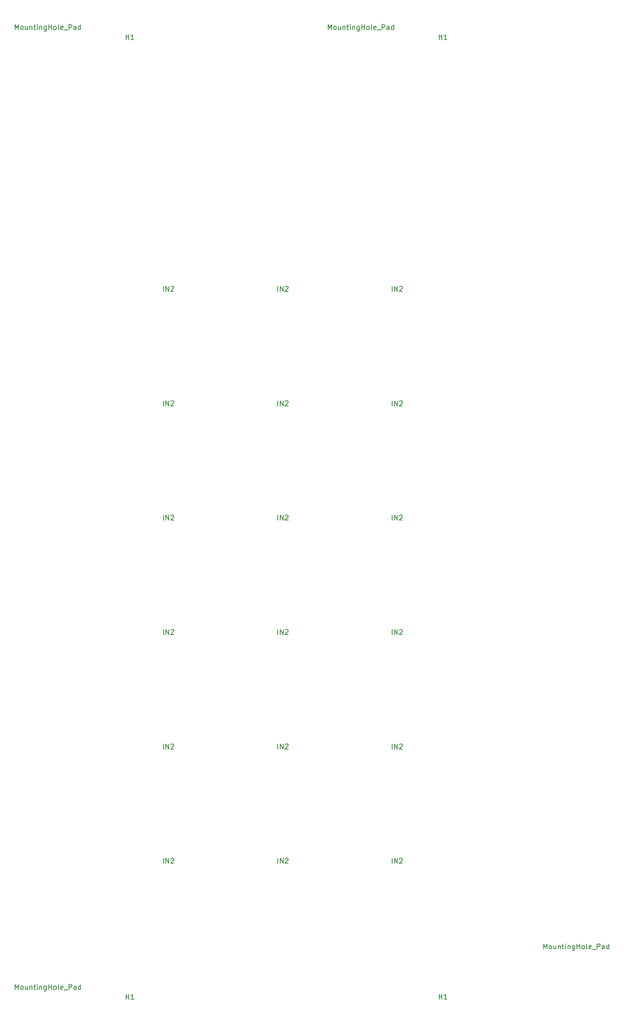
<source format=gbr>
G04 #@! TF.GenerationSoftware,KiCad,Pcbnew,(5.1.7)-1*
G04 #@! TF.CreationDate,2023-03-06T19:58:32+00:00*
G04 #@! TF.ProjectId,KOSMO-POLY6-JACKS,4b4f534d-4f2d-4504-9f4c-59362d4a4143,V0.1.0*
G04 #@! TF.SameCoordinates,Original*
G04 #@! TF.FileFunction,Other,Fab,Top*
%FSLAX46Y46*%
G04 Gerber Fmt 4.6, Leading zero omitted, Abs format (unit mm)*
G04 Created by KiCad (PCBNEW (5.1.7)-1) date 2023-03-06 19:58:32*
%MOMM*%
%LPD*%
G01*
G04 APERTURE LIST*
%ADD10C,0.150000*%
G04 APERTURE END LIST*
D10*
X118053142Y-104827000D02*
G75*
G03*
X118053142Y-104827000I-14142J0D01*
G01*
X118621000Y-174387380D02*
X118621000Y-173387380D01*
X119097190Y-174387380D02*
X119097190Y-173387380D01*
X119668619Y-174387380D01*
X119668619Y-173387380D01*
X120097190Y-173482619D02*
X120144809Y-173435000D01*
X120240047Y-173387380D01*
X120478142Y-173387380D01*
X120573380Y-173435000D01*
X120621000Y-173482619D01*
X120668619Y-173577857D01*
X120668619Y-173673095D01*
X120621000Y-173815952D01*
X120049571Y-174387380D01*
X120668619Y-174387380D01*
X164621000Y-151387380D02*
X164621000Y-150387380D01*
X165097190Y-151387380D02*
X165097190Y-150387380D01*
X165668619Y-151387380D01*
X165668619Y-150387380D01*
X166097190Y-150482619D02*
X166144809Y-150435000D01*
X166240047Y-150387380D01*
X166478142Y-150387380D01*
X166573380Y-150435000D01*
X166621000Y-150482619D01*
X166668619Y-150577857D01*
X166668619Y-150673095D01*
X166621000Y-150815952D01*
X166049571Y-151387380D01*
X166668619Y-151387380D01*
X141621000Y-151387380D02*
X141621000Y-150387380D01*
X142097190Y-151387380D02*
X142097190Y-150387380D01*
X142668619Y-151387380D01*
X142668619Y-150387380D01*
X143097190Y-150482619D02*
X143144809Y-150435000D01*
X143240047Y-150387380D01*
X143478142Y-150387380D01*
X143573380Y-150435000D01*
X143621000Y-150482619D01*
X143668619Y-150577857D01*
X143668619Y-150673095D01*
X143621000Y-150815952D01*
X143049571Y-151387380D01*
X143668619Y-151387380D01*
X118621000Y-151387380D02*
X118621000Y-150387380D01*
X119097190Y-151387380D02*
X119097190Y-150387380D01*
X119668619Y-151387380D01*
X119668619Y-150387380D01*
X120097190Y-150482619D02*
X120144809Y-150435000D01*
X120240047Y-150387380D01*
X120478142Y-150387380D01*
X120573380Y-150435000D01*
X120621000Y-150482619D01*
X120668619Y-150577857D01*
X120668619Y-150673095D01*
X120621000Y-150815952D01*
X120049571Y-151387380D01*
X120668619Y-151387380D01*
X164621000Y-174387380D02*
X164621000Y-173387380D01*
X165097190Y-174387380D02*
X165097190Y-173387380D01*
X165668619Y-174387380D01*
X165668619Y-173387380D01*
X166097190Y-173482619D02*
X166144809Y-173435000D01*
X166240047Y-173387380D01*
X166478142Y-173387380D01*
X166573380Y-173435000D01*
X166621000Y-173482619D01*
X166668619Y-173577857D01*
X166668619Y-173673095D01*
X166621000Y-173815952D01*
X166049571Y-174387380D01*
X166668619Y-174387380D01*
X164621000Y-128387380D02*
X164621000Y-127387380D01*
X165097190Y-128387380D02*
X165097190Y-127387380D01*
X165668619Y-128387380D01*
X165668619Y-127387380D01*
X166097190Y-127482619D02*
X166144809Y-127435000D01*
X166240047Y-127387380D01*
X166478142Y-127387380D01*
X166573380Y-127435000D01*
X166621000Y-127482619D01*
X166668619Y-127577857D01*
X166668619Y-127673095D01*
X166621000Y-127815952D01*
X166049571Y-128387380D01*
X166668619Y-128387380D01*
X141621000Y-174387380D02*
X141621000Y-173387380D01*
X142097190Y-174387380D02*
X142097190Y-173387380D01*
X142668619Y-174387380D01*
X142668619Y-173387380D01*
X143097190Y-173482619D02*
X143144809Y-173435000D01*
X143240047Y-173387380D01*
X143478142Y-173387380D01*
X143573380Y-173435000D01*
X143621000Y-173482619D01*
X143668619Y-173577857D01*
X143668619Y-173673095D01*
X143621000Y-173815952D01*
X143049571Y-174387380D01*
X143668619Y-174387380D01*
X141621000Y-128387380D02*
X141621000Y-127387380D01*
X142097190Y-128387380D02*
X142097190Y-127387380D01*
X142668619Y-128387380D01*
X142668619Y-127387380D01*
X143097190Y-127482619D02*
X143144809Y-127435000D01*
X143240047Y-127387380D01*
X143478142Y-127387380D01*
X143573380Y-127435000D01*
X143621000Y-127482619D01*
X143668619Y-127577857D01*
X143668619Y-127673095D01*
X143621000Y-127815952D01*
X143049571Y-128387380D01*
X143668619Y-128387380D01*
X118621000Y-128387380D02*
X118621000Y-127387380D01*
X119097190Y-128387380D02*
X119097190Y-127387380D01*
X119668619Y-128387380D01*
X119668619Y-127387380D01*
X120097190Y-127482619D02*
X120144809Y-127435000D01*
X120240047Y-127387380D01*
X120478142Y-127387380D01*
X120573380Y-127435000D01*
X120621000Y-127482619D01*
X120668619Y-127577857D01*
X120668619Y-127673095D01*
X120621000Y-127815952D01*
X120049571Y-128387380D01*
X120668619Y-128387380D01*
X118621000Y-105387380D02*
X118621000Y-104387380D01*
X119097190Y-105387380D02*
X119097190Y-104387380D01*
X119668619Y-105387380D01*
X119668619Y-104387380D01*
X120097190Y-104482619D02*
X120144809Y-104435000D01*
X120240047Y-104387380D01*
X120478142Y-104387380D01*
X120573380Y-104435000D01*
X120621000Y-104482619D01*
X120668619Y-104577857D01*
X120668619Y-104673095D01*
X120621000Y-104815952D01*
X120049571Y-105387380D01*
X120668619Y-105387380D01*
X164621000Y-105387380D02*
X164621000Y-104387380D01*
X165097190Y-105387380D02*
X165097190Y-104387380D01*
X165668619Y-105387380D01*
X165668619Y-104387380D01*
X166097190Y-104482619D02*
X166144809Y-104435000D01*
X166240047Y-104387380D01*
X166478142Y-104387380D01*
X166573380Y-104435000D01*
X166621000Y-104482619D01*
X166668619Y-104577857D01*
X166668619Y-104673095D01*
X166621000Y-104815952D01*
X166049571Y-105387380D01*
X166668619Y-105387380D01*
X141621000Y-105387380D02*
X141621000Y-104387380D01*
X142097190Y-105387380D02*
X142097190Y-104387380D01*
X142668619Y-105387380D01*
X142668619Y-104387380D01*
X143097190Y-104482619D02*
X143144809Y-104435000D01*
X143240047Y-104387380D01*
X143478142Y-104387380D01*
X143573380Y-104435000D01*
X143621000Y-104482619D01*
X143668619Y-104577857D01*
X143668619Y-104673095D01*
X143621000Y-104815952D01*
X143049571Y-105387380D01*
X143668619Y-105387380D01*
X164621000Y-82387380D02*
X164621000Y-81387380D01*
X165097190Y-82387380D02*
X165097190Y-81387380D01*
X165668619Y-82387380D01*
X165668619Y-81387380D01*
X166097190Y-81482619D02*
X166144809Y-81435000D01*
X166240047Y-81387380D01*
X166478142Y-81387380D01*
X166573380Y-81435000D01*
X166621000Y-81482619D01*
X166668619Y-81577857D01*
X166668619Y-81673095D01*
X166621000Y-81815952D01*
X166049571Y-82387380D01*
X166668619Y-82387380D01*
X141621000Y-82387380D02*
X141621000Y-81387380D01*
X142097190Y-82387380D02*
X142097190Y-81387380D01*
X142668619Y-82387380D01*
X142668619Y-81387380D01*
X143097190Y-81482619D02*
X143144809Y-81435000D01*
X143240047Y-81387380D01*
X143478142Y-81387380D01*
X143573380Y-81435000D01*
X143621000Y-81482619D01*
X143668619Y-81577857D01*
X143668619Y-81673095D01*
X143621000Y-81815952D01*
X143049571Y-82387380D01*
X143668619Y-82387380D01*
X118621000Y-82387380D02*
X118621000Y-81387380D01*
X119097190Y-82387380D02*
X119097190Y-81387380D01*
X119668619Y-82387380D01*
X119668619Y-81387380D01*
X120097190Y-81482619D02*
X120144809Y-81435000D01*
X120240047Y-81387380D01*
X120478142Y-81387380D01*
X120573380Y-81435000D01*
X120621000Y-81482619D01*
X120668619Y-81577857D01*
X120668619Y-81673095D01*
X120621000Y-81815952D01*
X120049571Y-82387380D01*
X120668619Y-82387380D01*
X164621000Y-59387380D02*
X164621000Y-58387380D01*
X165097190Y-59387380D02*
X165097190Y-58387380D01*
X165668619Y-59387380D01*
X165668619Y-58387380D01*
X166097190Y-58482619D02*
X166144809Y-58435000D01*
X166240047Y-58387380D01*
X166478142Y-58387380D01*
X166573380Y-58435000D01*
X166621000Y-58482619D01*
X166668619Y-58577857D01*
X166668619Y-58673095D01*
X166621000Y-58815952D01*
X166049571Y-59387380D01*
X166668619Y-59387380D01*
X141621000Y-59387380D02*
X141621000Y-58387380D01*
X142097190Y-59387380D02*
X142097190Y-58387380D01*
X142668619Y-59387380D01*
X142668619Y-58387380D01*
X143097190Y-58482619D02*
X143144809Y-58435000D01*
X143240047Y-58387380D01*
X143478142Y-58387380D01*
X143573380Y-58435000D01*
X143621000Y-58482619D01*
X143668619Y-58577857D01*
X143668619Y-58673095D01*
X143621000Y-58815952D01*
X143049571Y-59387380D01*
X143668619Y-59387380D01*
X118621000Y-59387380D02*
X118621000Y-58387380D01*
X119097190Y-59387380D02*
X119097190Y-58387380D01*
X119668619Y-59387380D01*
X119668619Y-58387380D01*
X120097190Y-58482619D02*
X120144809Y-58435000D01*
X120240047Y-58387380D01*
X120478142Y-58387380D01*
X120573380Y-58435000D01*
X120621000Y-58482619D01*
X120668619Y-58577857D01*
X120668619Y-58673095D01*
X120621000Y-58815952D01*
X120049571Y-59387380D01*
X120668619Y-59387380D01*
X195080571Y-191598380D02*
X195080571Y-190598380D01*
X195413904Y-191312666D01*
X195747238Y-190598380D01*
X195747238Y-191598380D01*
X196366285Y-191598380D02*
X196271047Y-191550761D01*
X196223428Y-191503142D01*
X196175809Y-191407904D01*
X196175809Y-191122190D01*
X196223428Y-191026952D01*
X196271047Y-190979333D01*
X196366285Y-190931714D01*
X196509142Y-190931714D01*
X196604380Y-190979333D01*
X196652000Y-191026952D01*
X196699619Y-191122190D01*
X196699619Y-191407904D01*
X196652000Y-191503142D01*
X196604380Y-191550761D01*
X196509142Y-191598380D01*
X196366285Y-191598380D01*
X197556761Y-190931714D02*
X197556761Y-191598380D01*
X197128190Y-190931714D02*
X197128190Y-191455523D01*
X197175809Y-191550761D01*
X197271047Y-191598380D01*
X197413904Y-191598380D01*
X197509142Y-191550761D01*
X197556761Y-191503142D01*
X198032952Y-190931714D02*
X198032952Y-191598380D01*
X198032952Y-191026952D02*
X198080571Y-190979333D01*
X198175809Y-190931714D01*
X198318666Y-190931714D01*
X198413904Y-190979333D01*
X198461523Y-191074571D01*
X198461523Y-191598380D01*
X198794857Y-190931714D02*
X199175809Y-190931714D01*
X198937714Y-190598380D02*
X198937714Y-191455523D01*
X198985333Y-191550761D01*
X199080571Y-191598380D01*
X199175809Y-191598380D01*
X199509142Y-191598380D02*
X199509142Y-190931714D01*
X199509142Y-190598380D02*
X199461523Y-190646000D01*
X199509142Y-190693619D01*
X199556761Y-190646000D01*
X199509142Y-190598380D01*
X199509142Y-190693619D01*
X199985333Y-190931714D02*
X199985333Y-191598380D01*
X199985333Y-191026952D02*
X200032952Y-190979333D01*
X200128190Y-190931714D01*
X200271047Y-190931714D01*
X200366285Y-190979333D01*
X200413904Y-191074571D01*
X200413904Y-191598380D01*
X201318666Y-190931714D02*
X201318666Y-191741238D01*
X201271047Y-191836476D01*
X201223428Y-191884095D01*
X201128190Y-191931714D01*
X200985333Y-191931714D01*
X200890095Y-191884095D01*
X201318666Y-191550761D02*
X201223428Y-191598380D01*
X201032952Y-191598380D01*
X200937714Y-191550761D01*
X200890095Y-191503142D01*
X200842476Y-191407904D01*
X200842476Y-191122190D01*
X200890095Y-191026952D01*
X200937714Y-190979333D01*
X201032952Y-190931714D01*
X201223428Y-190931714D01*
X201318666Y-190979333D01*
X201794857Y-191598380D02*
X201794857Y-190598380D01*
X201794857Y-191074571D02*
X202366285Y-191074571D01*
X202366285Y-191598380D02*
X202366285Y-190598380D01*
X202985333Y-191598380D02*
X202890095Y-191550761D01*
X202842476Y-191503142D01*
X202794857Y-191407904D01*
X202794857Y-191122190D01*
X202842476Y-191026952D01*
X202890095Y-190979333D01*
X202985333Y-190931714D01*
X203128190Y-190931714D01*
X203223428Y-190979333D01*
X203271047Y-191026952D01*
X203318666Y-191122190D01*
X203318666Y-191407904D01*
X203271047Y-191503142D01*
X203223428Y-191550761D01*
X203128190Y-191598380D01*
X202985333Y-191598380D01*
X203890095Y-191598380D02*
X203794857Y-191550761D01*
X203747238Y-191455523D01*
X203747238Y-190598380D01*
X204652000Y-191550761D02*
X204556761Y-191598380D01*
X204366285Y-191598380D01*
X204271047Y-191550761D01*
X204223428Y-191455523D01*
X204223428Y-191074571D01*
X204271047Y-190979333D01*
X204366285Y-190931714D01*
X204556761Y-190931714D01*
X204652000Y-190979333D01*
X204699619Y-191074571D01*
X204699619Y-191169809D01*
X204223428Y-191265047D01*
X204890095Y-191693619D02*
X205652000Y-191693619D01*
X205890095Y-191598380D02*
X205890095Y-190598380D01*
X206271047Y-190598380D01*
X206366285Y-190646000D01*
X206413904Y-190693619D01*
X206461523Y-190788857D01*
X206461523Y-190931714D01*
X206413904Y-191026952D01*
X206366285Y-191074571D01*
X206271047Y-191122190D01*
X205890095Y-191122190D01*
X207318666Y-191598380D02*
X207318666Y-191074571D01*
X207271047Y-190979333D01*
X207175809Y-190931714D01*
X206985333Y-190931714D01*
X206890095Y-190979333D01*
X207318666Y-191550761D02*
X207223428Y-191598380D01*
X206985333Y-191598380D01*
X206890095Y-191550761D01*
X206842476Y-191455523D01*
X206842476Y-191360285D01*
X206890095Y-191265047D01*
X206985333Y-191217428D01*
X207223428Y-191217428D01*
X207318666Y-191169809D01*
X208223428Y-191598380D02*
X208223428Y-190598380D01*
X208223428Y-191550761D02*
X208128190Y-191598380D01*
X207937714Y-191598380D01*
X207842476Y-191550761D01*
X207794857Y-191503142D01*
X207747238Y-191407904D01*
X207747238Y-191122190D01*
X207794857Y-191026952D01*
X207842476Y-190979333D01*
X207937714Y-190931714D01*
X208128190Y-190931714D01*
X208223428Y-190979333D01*
X174077095Y-201734380D02*
X174077095Y-200734380D01*
X174077095Y-201210571D02*
X174648523Y-201210571D01*
X174648523Y-201734380D02*
X174648523Y-200734380D01*
X175648523Y-201734380D02*
X175077095Y-201734380D01*
X175362809Y-201734380D02*
X175362809Y-200734380D01*
X175267571Y-200877238D01*
X175172333Y-200972476D01*
X175077095Y-201020095D01*
X88775571Y-199752380D02*
X88775571Y-198752380D01*
X89108904Y-199466666D01*
X89442238Y-198752380D01*
X89442238Y-199752380D01*
X90061285Y-199752380D02*
X89966047Y-199704761D01*
X89918428Y-199657142D01*
X89870809Y-199561904D01*
X89870809Y-199276190D01*
X89918428Y-199180952D01*
X89966047Y-199133333D01*
X90061285Y-199085714D01*
X90204142Y-199085714D01*
X90299380Y-199133333D01*
X90347000Y-199180952D01*
X90394619Y-199276190D01*
X90394619Y-199561904D01*
X90347000Y-199657142D01*
X90299380Y-199704761D01*
X90204142Y-199752380D01*
X90061285Y-199752380D01*
X91251761Y-199085714D02*
X91251761Y-199752380D01*
X90823190Y-199085714D02*
X90823190Y-199609523D01*
X90870809Y-199704761D01*
X90966047Y-199752380D01*
X91108904Y-199752380D01*
X91204142Y-199704761D01*
X91251761Y-199657142D01*
X91727952Y-199085714D02*
X91727952Y-199752380D01*
X91727952Y-199180952D02*
X91775571Y-199133333D01*
X91870809Y-199085714D01*
X92013666Y-199085714D01*
X92108904Y-199133333D01*
X92156523Y-199228571D01*
X92156523Y-199752380D01*
X92489857Y-199085714D02*
X92870809Y-199085714D01*
X92632714Y-198752380D02*
X92632714Y-199609523D01*
X92680333Y-199704761D01*
X92775571Y-199752380D01*
X92870809Y-199752380D01*
X93204142Y-199752380D02*
X93204142Y-199085714D01*
X93204142Y-198752380D02*
X93156523Y-198800000D01*
X93204142Y-198847619D01*
X93251761Y-198800000D01*
X93204142Y-198752380D01*
X93204142Y-198847619D01*
X93680333Y-199085714D02*
X93680333Y-199752380D01*
X93680333Y-199180952D02*
X93727952Y-199133333D01*
X93823190Y-199085714D01*
X93966047Y-199085714D01*
X94061285Y-199133333D01*
X94108904Y-199228571D01*
X94108904Y-199752380D01*
X95013666Y-199085714D02*
X95013666Y-199895238D01*
X94966047Y-199990476D01*
X94918428Y-200038095D01*
X94823190Y-200085714D01*
X94680333Y-200085714D01*
X94585095Y-200038095D01*
X95013666Y-199704761D02*
X94918428Y-199752380D01*
X94727952Y-199752380D01*
X94632714Y-199704761D01*
X94585095Y-199657142D01*
X94537476Y-199561904D01*
X94537476Y-199276190D01*
X94585095Y-199180952D01*
X94632714Y-199133333D01*
X94727952Y-199085714D01*
X94918428Y-199085714D01*
X95013666Y-199133333D01*
X95489857Y-199752380D02*
X95489857Y-198752380D01*
X95489857Y-199228571D02*
X96061285Y-199228571D01*
X96061285Y-199752380D02*
X96061285Y-198752380D01*
X96680333Y-199752380D02*
X96585095Y-199704761D01*
X96537476Y-199657142D01*
X96489857Y-199561904D01*
X96489857Y-199276190D01*
X96537476Y-199180952D01*
X96585095Y-199133333D01*
X96680333Y-199085714D01*
X96823190Y-199085714D01*
X96918428Y-199133333D01*
X96966047Y-199180952D01*
X97013666Y-199276190D01*
X97013666Y-199561904D01*
X96966047Y-199657142D01*
X96918428Y-199704761D01*
X96823190Y-199752380D01*
X96680333Y-199752380D01*
X97585095Y-199752380D02*
X97489857Y-199704761D01*
X97442238Y-199609523D01*
X97442238Y-198752380D01*
X98347000Y-199704761D02*
X98251761Y-199752380D01*
X98061285Y-199752380D01*
X97966047Y-199704761D01*
X97918428Y-199609523D01*
X97918428Y-199228571D01*
X97966047Y-199133333D01*
X98061285Y-199085714D01*
X98251761Y-199085714D01*
X98347000Y-199133333D01*
X98394619Y-199228571D01*
X98394619Y-199323809D01*
X97918428Y-199419047D01*
X98585095Y-199847619D02*
X99347000Y-199847619D01*
X99585095Y-199752380D02*
X99585095Y-198752380D01*
X99966047Y-198752380D01*
X100061285Y-198800000D01*
X100108904Y-198847619D01*
X100156523Y-198942857D01*
X100156523Y-199085714D01*
X100108904Y-199180952D01*
X100061285Y-199228571D01*
X99966047Y-199276190D01*
X99585095Y-199276190D01*
X101013666Y-199752380D02*
X101013666Y-199228571D01*
X100966047Y-199133333D01*
X100870809Y-199085714D01*
X100680333Y-199085714D01*
X100585095Y-199133333D01*
X101013666Y-199704761D02*
X100918428Y-199752380D01*
X100680333Y-199752380D01*
X100585095Y-199704761D01*
X100537476Y-199609523D01*
X100537476Y-199514285D01*
X100585095Y-199419047D01*
X100680333Y-199371428D01*
X100918428Y-199371428D01*
X101013666Y-199323809D01*
X101918428Y-199752380D02*
X101918428Y-198752380D01*
X101918428Y-199704761D02*
X101823190Y-199752380D01*
X101632714Y-199752380D01*
X101537476Y-199704761D01*
X101489857Y-199657142D01*
X101442238Y-199561904D01*
X101442238Y-199276190D01*
X101489857Y-199180952D01*
X101537476Y-199133333D01*
X101632714Y-199085714D01*
X101823190Y-199085714D01*
X101918428Y-199133333D01*
X111077095Y-201734380D02*
X111077095Y-200734380D01*
X111077095Y-201210571D02*
X111648523Y-201210571D01*
X111648523Y-201734380D02*
X111648523Y-200734380D01*
X112648523Y-201734380D02*
X112077095Y-201734380D01*
X112362809Y-201734380D02*
X112362809Y-200734380D01*
X112267571Y-200877238D01*
X112172333Y-200972476D01*
X112077095Y-201020095D01*
X88775571Y-6752380D02*
X88775571Y-5752380D01*
X89108904Y-6466666D01*
X89442238Y-5752380D01*
X89442238Y-6752380D01*
X90061285Y-6752380D02*
X89966047Y-6704761D01*
X89918428Y-6657142D01*
X89870809Y-6561904D01*
X89870809Y-6276190D01*
X89918428Y-6180952D01*
X89966047Y-6133333D01*
X90061285Y-6085714D01*
X90204142Y-6085714D01*
X90299380Y-6133333D01*
X90347000Y-6180952D01*
X90394619Y-6276190D01*
X90394619Y-6561904D01*
X90347000Y-6657142D01*
X90299380Y-6704761D01*
X90204142Y-6752380D01*
X90061285Y-6752380D01*
X91251761Y-6085714D02*
X91251761Y-6752380D01*
X90823190Y-6085714D02*
X90823190Y-6609523D01*
X90870809Y-6704761D01*
X90966047Y-6752380D01*
X91108904Y-6752380D01*
X91204142Y-6704761D01*
X91251761Y-6657142D01*
X91727952Y-6085714D02*
X91727952Y-6752380D01*
X91727952Y-6180952D02*
X91775571Y-6133333D01*
X91870809Y-6085714D01*
X92013666Y-6085714D01*
X92108904Y-6133333D01*
X92156523Y-6228571D01*
X92156523Y-6752380D01*
X92489857Y-6085714D02*
X92870809Y-6085714D01*
X92632714Y-5752380D02*
X92632714Y-6609523D01*
X92680333Y-6704761D01*
X92775571Y-6752380D01*
X92870809Y-6752380D01*
X93204142Y-6752380D02*
X93204142Y-6085714D01*
X93204142Y-5752380D02*
X93156523Y-5800000D01*
X93204142Y-5847619D01*
X93251761Y-5800000D01*
X93204142Y-5752380D01*
X93204142Y-5847619D01*
X93680333Y-6085714D02*
X93680333Y-6752380D01*
X93680333Y-6180952D02*
X93727952Y-6133333D01*
X93823190Y-6085714D01*
X93966047Y-6085714D01*
X94061285Y-6133333D01*
X94108904Y-6228571D01*
X94108904Y-6752380D01*
X95013666Y-6085714D02*
X95013666Y-6895238D01*
X94966047Y-6990476D01*
X94918428Y-7038095D01*
X94823190Y-7085714D01*
X94680333Y-7085714D01*
X94585095Y-7038095D01*
X95013666Y-6704761D02*
X94918428Y-6752380D01*
X94727952Y-6752380D01*
X94632714Y-6704761D01*
X94585095Y-6657142D01*
X94537476Y-6561904D01*
X94537476Y-6276190D01*
X94585095Y-6180952D01*
X94632714Y-6133333D01*
X94727952Y-6085714D01*
X94918428Y-6085714D01*
X95013666Y-6133333D01*
X95489857Y-6752380D02*
X95489857Y-5752380D01*
X95489857Y-6228571D02*
X96061285Y-6228571D01*
X96061285Y-6752380D02*
X96061285Y-5752380D01*
X96680333Y-6752380D02*
X96585095Y-6704761D01*
X96537476Y-6657142D01*
X96489857Y-6561904D01*
X96489857Y-6276190D01*
X96537476Y-6180952D01*
X96585095Y-6133333D01*
X96680333Y-6085714D01*
X96823190Y-6085714D01*
X96918428Y-6133333D01*
X96966047Y-6180952D01*
X97013666Y-6276190D01*
X97013666Y-6561904D01*
X96966047Y-6657142D01*
X96918428Y-6704761D01*
X96823190Y-6752380D01*
X96680333Y-6752380D01*
X97585095Y-6752380D02*
X97489857Y-6704761D01*
X97442238Y-6609523D01*
X97442238Y-5752380D01*
X98347000Y-6704761D02*
X98251761Y-6752380D01*
X98061285Y-6752380D01*
X97966047Y-6704761D01*
X97918428Y-6609523D01*
X97918428Y-6228571D01*
X97966047Y-6133333D01*
X98061285Y-6085714D01*
X98251761Y-6085714D01*
X98347000Y-6133333D01*
X98394619Y-6228571D01*
X98394619Y-6323809D01*
X97918428Y-6419047D01*
X98585095Y-6847619D02*
X99347000Y-6847619D01*
X99585095Y-6752380D02*
X99585095Y-5752380D01*
X99966047Y-5752380D01*
X100061285Y-5800000D01*
X100108904Y-5847619D01*
X100156523Y-5942857D01*
X100156523Y-6085714D01*
X100108904Y-6180952D01*
X100061285Y-6228571D01*
X99966047Y-6276190D01*
X99585095Y-6276190D01*
X101013666Y-6752380D02*
X101013666Y-6228571D01*
X100966047Y-6133333D01*
X100870809Y-6085714D01*
X100680333Y-6085714D01*
X100585095Y-6133333D01*
X101013666Y-6704761D02*
X100918428Y-6752380D01*
X100680333Y-6752380D01*
X100585095Y-6704761D01*
X100537476Y-6609523D01*
X100537476Y-6514285D01*
X100585095Y-6419047D01*
X100680333Y-6371428D01*
X100918428Y-6371428D01*
X101013666Y-6323809D01*
X101918428Y-6752380D02*
X101918428Y-5752380D01*
X101918428Y-6704761D02*
X101823190Y-6752380D01*
X101632714Y-6752380D01*
X101537476Y-6704761D01*
X101489857Y-6657142D01*
X101442238Y-6561904D01*
X101442238Y-6276190D01*
X101489857Y-6180952D01*
X101537476Y-6133333D01*
X101632714Y-6085714D01*
X101823190Y-6085714D01*
X101918428Y-6133333D01*
X111077095Y-8734380D02*
X111077095Y-7734380D01*
X111077095Y-8210571D02*
X111648523Y-8210571D01*
X111648523Y-8734380D02*
X111648523Y-7734380D01*
X112648523Y-8734380D02*
X112077095Y-8734380D01*
X112362809Y-8734380D02*
X112362809Y-7734380D01*
X112267571Y-7877238D01*
X112172333Y-7972476D01*
X112077095Y-8020095D01*
X151775571Y-6752380D02*
X151775571Y-5752380D01*
X152108904Y-6466666D01*
X152442238Y-5752380D01*
X152442238Y-6752380D01*
X153061285Y-6752380D02*
X152966047Y-6704761D01*
X152918428Y-6657142D01*
X152870809Y-6561904D01*
X152870809Y-6276190D01*
X152918428Y-6180952D01*
X152966047Y-6133333D01*
X153061285Y-6085714D01*
X153204142Y-6085714D01*
X153299380Y-6133333D01*
X153347000Y-6180952D01*
X153394619Y-6276190D01*
X153394619Y-6561904D01*
X153347000Y-6657142D01*
X153299380Y-6704761D01*
X153204142Y-6752380D01*
X153061285Y-6752380D01*
X154251761Y-6085714D02*
X154251761Y-6752380D01*
X153823190Y-6085714D02*
X153823190Y-6609523D01*
X153870809Y-6704761D01*
X153966047Y-6752380D01*
X154108904Y-6752380D01*
X154204142Y-6704761D01*
X154251761Y-6657142D01*
X154727952Y-6085714D02*
X154727952Y-6752380D01*
X154727952Y-6180952D02*
X154775571Y-6133333D01*
X154870809Y-6085714D01*
X155013666Y-6085714D01*
X155108904Y-6133333D01*
X155156523Y-6228571D01*
X155156523Y-6752380D01*
X155489857Y-6085714D02*
X155870809Y-6085714D01*
X155632714Y-5752380D02*
X155632714Y-6609523D01*
X155680333Y-6704761D01*
X155775571Y-6752380D01*
X155870809Y-6752380D01*
X156204142Y-6752380D02*
X156204142Y-6085714D01*
X156204142Y-5752380D02*
X156156523Y-5800000D01*
X156204142Y-5847619D01*
X156251761Y-5800000D01*
X156204142Y-5752380D01*
X156204142Y-5847619D01*
X156680333Y-6085714D02*
X156680333Y-6752380D01*
X156680333Y-6180952D02*
X156727952Y-6133333D01*
X156823190Y-6085714D01*
X156966047Y-6085714D01*
X157061285Y-6133333D01*
X157108904Y-6228571D01*
X157108904Y-6752380D01*
X158013666Y-6085714D02*
X158013666Y-6895238D01*
X157966047Y-6990476D01*
X157918428Y-7038095D01*
X157823190Y-7085714D01*
X157680333Y-7085714D01*
X157585095Y-7038095D01*
X158013666Y-6704761D02*
X157918428Y-6752380D01*
X157727952Y-6752380D01*
X157632714Y-6704761D01*
X157585095Y-6657142D01*
X157537476Y-6561904D01*
X157537476Y-6276190D01*
X157585095Y-6180952D01*
X157632714Y-6133333D01*
X157727952Y-6085714D01*
X157918428Y-6085714D01*
X158013666Y-6133333D01*
X158489857Y-6752380D02*
X158489857Y-5752380D01*
X158489857Y-6228571D02*
X159061285Y-6228571D01*
X159061285Y-6752380D02*
X159061285Y-5752380D01*
X159680333Y-6752380D02*
X159585095Y-6704761D01*
X159537476Y-6657142D01*
X159489857Y-6561904D01*
X159489857Y-6276190D01*
X159537476Y-6180952D01*
X159585095Y-6133333D01*
X159680333Y-6085714D01*
X159823190Y-6085714D01*
X159918428Y-6133333D01*
X159966047Y-6180952D01*
X160013666Y-6276190D01*
X160013666Y-6561904D01*
X159966047Y-6657142D01*
X159918428Y-6704761D01*
X159823190Y-6752380D01*
X159680333Y-6752380D01*
X160585095Y-6752380D02*
X160489857Y-6704761D01*
X160442238Y-6609523D01*
X160442238Y-5752380D01*
X161347000Y-6704761D02*
X161251761Y-6752380D01*
X161061285Y-6752380D01*
X160966047Y-6704761D01*
X160918428Y-6609523D01*
X160918428Y-6228571D01*
X160966047Y-6133333D01*
X161061285Y-6085714D01*
X161251761Y-6085714D01*
X161347000Y-6133333D01*
X161394619Y-6228571D01*
X161394619Y-6323809D01*
X160918428Y-6419047D01*
X161585095Y-6847619D02*
X162347000Y-6847619D01*
X162585095Y-6752380D02*
X162585095Y-5752380D01*
X162966047Y-5752380D01*
X163061285Y-5800000D01*
X163108904Y-5847619D01*
X163156523Y-5942857D01*
X163156523Y-6085714D01*
X163108904Y-6180952D01*
X163061285Y-6228571D01*
X162966047Y-6276190D01*
X162585095Y-6276190D01*
X164013666Y-6752380D02*
X164013666Y-6228571D01*
X163966047Y-6133333D01*
X163870809Y-6085714D01*
X163680333Y-6085714D01*
X163585095Y-6133333D01*
X164013666Y-6704761D02*
X163918428Y-6752380D01*
X163680333Y-6752380D01*
X163585095Y-6704761D01*
X163537476Y-6609523D01*
X163537476Y-6514285D01*
X163585095Y-6419047D01*
X163680333Y-6371428D01*
X163918428Y-6371428D01*
X164013666Y-6323809D01*
X164918428Y-6752380D02*
X164918428Y-5752380D01*
X164918428Y-6704761D02*
X164823190Y-6752380D01*
X164632714Y-6752380D01*
X164537476Y-6704761D01*
X164489857Y-6657142D01*
X164442238Y-6561904D01*
X164442238Y-6276190D01*
X164489857Y-6180952D01*
X164537476Y-6133333D01*
X164632714Y-6085714D01*
X164823190Y-6085714D01*
X164918428Y-6133333D01*
X174077095Y-8734380D02*
X174077095Y-7734380D01*
X174077095Y-8210571D02*
X174648523Y-8210571D01*
X174648523Y-8734380D02*
X174648523Y-7734380D01*
X175648523Y-8734380D02*
X175077095Y-8734380D01*
X175362809Y-8734380D02*
X175362809Y-7734380D01*
X175267571Y-7877238D01*
X175172333Y-7972476D01*
X175077095Y-8020095D01*
M02*

</source>
